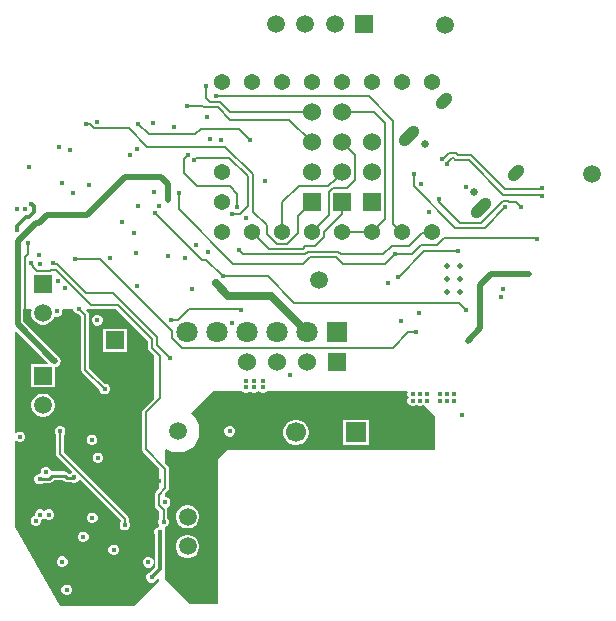
<source format=gbr>
%TF.GenerationSoftware,Altium Limited,Altium Designer,23.11.1 (41)*%
G04 Layer_Physical_Order=3*
G04 Layer_Color=16440176*
%FSLAX26Y26*%
%MOIN*%
%TF.SameCoordinates,A059C263-CE59-4A5C-BE38-7B1504CAFB6E*%
%TF.FilePolarity,Positive*%
%TF.FileFunction,Copper,L3,Inr,Signal*%
%TF.Part,CustomerPanel*%
G01*
G75*
%TA.AperFunction,Conductor*%
%ADD31C,0.025000*%
%ADD32C,0.008000*%
%ADD33C,0.012000*%
%ADD35C,0.010000*%
%ADD38C,0.020000*%
%TA.AperFunction,ComponentPad*%
%ADD39C,0.054000*%
%ADD40C,0.066929*%
%ADD41R,0.066929X0.066929*%
%ADD42C,0.070866*%
%ADD43R,0.070866X0.070866*%
%ADD44C,0.060000*%
%ADD45R,0.059000X0.059000*%
%ADD46R,0.059000X0.059000*%
%ADD47C,0.059370*%
%ADD48R,0.059370X0.059370*%
%ADD49R,0.059370X0.059370*%
G04:AMPARAMS|DCode=50|XSize=39.37mil|YSize=62.992mil|CornerRadius=0mil|HoleSize=0mil|Usage=FLASHONLY|Rotation=135.000|XOffset=0mil|YOffset=0mil|HoleType=Round|Shape=Round|*
%AMOVALD50*
21,1,0.023622,0.039370,0.000000,0.000000,225.0*
1,1,0.039370,0.008352,0.008352*
1,1,0.039370,-0.008352,-0.008352*
%
%ADD50OVALD50*%

%ADD51C,0.026575*%
G04:AMPARAMS|DCode=52|XSize=39.37mil|YSize=82.677mil|CornerRadius=0mil|HoleSize=0mil|Usage=FLASHONLY|Rotation=135.000|XOffset=0mil|YOffset=0mil|HoleType=Round|Shape=Round|*
%AMOVALD52*
21,1,0.043307,0.039370,0.000000,0.000000,225.0*
1,1,0.039370,0.015311,0.015311*
1,1,0.039370,-0.015311,-0.015311*
%
%ADD52OVALD52*%

%TA.AperFunction,ViaPad*%
%ADD53C,0.059055*%
%ADD54C,0.017716*%
%ADD55C,0.019685*%
G36*
X1711280Y722000D02*
X1710488Y720088D01*
Y712983D01*
X1713207Y706420D01*
X1714902Y704725D01*
X1713207Y703029D01*
X1710488Y696466D01*
Y689361D01*
X1713207Y682798D01*
X1718231Y677774D01*
X1724794Y675055D01*
X1731899D01*
X1738462Y677774D01*
X1740158Y679469D01*
X1741853Y677774D01*
X1748416Y675055D01*
X1755521D01*
X1762084Y677774D01*
X1763780Y679469D01*
X1765475Y677774D01*
X1767954Y676747D01*
X1801701Y643000D01*
Y528530D01*
X1110937D01*
X1110937Y528530D01*
X1107864Y527919D01*
X1105260Y526178D01*
X1105260Y526178D01*
X1081216Y502135D01*
X1079476Y499530D01*
X1078865Y496458D01*
Y14000D01*
X984701D01*
X903701Y95000D01*
Y273156D01*
X907817Y274861D01*
X912840Y279884D01*
X915559Y286448D01*
Y293552D01*
X912840Y300116D01*
X910956Y302001D01*
Y328737D01*
X909947Y333810D01*
X909917Y333854D01*
X911368Y338639D01*
X913008Y339318D01*
X918032Y344342D01*
X920751Y350906D01*
Y358010D01*
X918032Y364574D01*
X913008Y369597D01*
X906445Y372316D01*
X903701D01*
Y384255D01*
X913073Y393627D01*
X915947Y397928D01*
X916956Y403000D01*
Y467000D01*
X915947Y472072D01*
X913073Y476373D01*
X903701Y485745D01*
Y528445D01*
X908110Y530802D01*
X911411Y528597D01*
X924513Y523170D01*
X938422Y520403D01*
X952603D01*
X966511Y523170D01*
X979613Y528597D01*
X991404Y536476D01*
X1001432Y546503D01*
X1009311Y558294D01*
X1014737Y571396D01*
X1017504Y585305D01*
Y599486D01*
X1014737Y613395D01*
X1009311Y626496D01*
X1001432Y638288D01*
X991404Y648315D01*
X990852Y648685D01*
X990361Y653661D01*
X1063701Y727000D01*
X1157194D01*
X1161144Y723049D01*
X1167708Y720331D01*
X1174812D01*
X1181376Y723049D01*
X1185326Y727000D01*
X1186721D01*
X1190671Y723049D01*
X1197235Y720331D01*
X1204340D01*
X1210903Y723049D01*
X1214854Y727000D01*
X1216249D01*
X1220199Y723049D01*
X1226763Y720331D01*
X1233867D01*
X1240431Y723049D01*
X1244381Y727000D01*
X1707939D01*
X1711280Y722000D01*
D02*
G37*
G36*
X655903Y997745D02*
X740211D01*
X845205Y892751D01*
Y869242D01*
X846214Y864169D01*
X849087Y859869D01*
X864701Y844255D01*
Y699745D01*
X828328Y663372D01*
X825455Y659072D01*
X824446Y654000D01*
Y562255D01*
D01*
Y533000D01*
X825455Y527928D01*
X828328Y523628D01*
X882892Y469063D01*
Y400937D01*
X871662Y389706D01*
X868788Y385406D01*
X867779Y380333D01*
Y345404D01*
X868788Y340332D01*
X871662Y336031D01*
X882892Y324801D01*
Y300447D01*
X882561Y300116D01*
X879843Y293552D01*
Y286448D01*
X882561Y279884D01*
X882892Y279553D01*
Y272858D01*
X881149D01*
X874585Y270139D01*
X869561Y265116D01*
X866843Y258552D01*
Y251448D01*
X869561Y244884D01*
X870598Y243847D01*
Y138793D01*
X853967Y122162D01*
X847777Y119597D01*
X842753Y114574D01*
X840034Y108010D01*
Y100906D01*
X842753Y94342D01*
X847777Y89318D01*
X854340Y86600D01*
X861445D01*
X868008Y89318D01*
X873032Y94342D01*
X875251Y99699D01*
X877892Y101139D01*
X882892Y98367D01*
Y90192D01*
X800729Y8028D01*
X553211D01*
X401729Y270582D01*
Y549000D01*
Y557295D01*
D01*
D01*
X406729Y559366D01*
X408776Y557318D01*
X415340Y554600D01*
X422445D01*
X429008Y557318D01*
X434032Y562342D01*
X436751Y568906D01*
Y576010D01*
X434032Y582574D01*
X429008Y587597D01*
X422445Y590316D01*
X415340D01*
X408776Y587597D01*
X406729Y585549D01*
X401729Y587621D01*
D01*
Y621028D01*
Y923043D01*
X406348Y924956D01*
X511469Y819836D01*
X509397Y814836D01*
X457349D01*
Y737466D01*
X534719D01*
Y803392D01*
X535937Y804392D01*
X543350Y805866D01*
X549635Y810066D01*
X553835Y816350D01*
X555309Y823764D01*
X553835Y831177D01*
X549635Y837462D01*
X544399Y842698D01*
X541385Y844712D01*
X430947Y955151D01*
Y998000D01*
X455411D01*
X458455Y994033D01*
X457349Y989905D01*
Y979719D01*
X459985Y969880D01*
X465078Y961059D01*
X472281Y953856D01*
X481102Y948764D01*
X490941Y946127D01*
X501127D01*
X510966Y948764D01*
X519787Y953856D01*
X526990Y961059D01*
X532083Y969880D01*
X532730Y972296D01*
X537214Y974507D01*
X539568Y973532D01*
X546672D01*
X553236Y976251D01*
X558260Y981275D01*
X560978Y987838D01*
Y994943D01*
X563021Y998000D01*
X597578D01*
Y995449D01*
X600297Y988886D01*
X605320Y983862D01*
X611884Y981144D01*
X614549D01*
X623446Y972247D01*
Y797000D01*
X624455Y791928D01*
X627328Y787628D01*
X683843Y731113D01*
Y728448D01*
X686561Y721884D01*
X691585Y716861D01*
X698149Y714142D01*
X705253D01*
X711817Y716861D01*
X716840Y721884D01*
X719559Y728448D01*
Y735552D01*
X716840Y742116D01*
X711817Y747139D01*
X705253Y749858D01*
X702588D01*
X649956Y802490D01*
Y977737D01*
X648947Y982809D01*
X646073Y987110D01*
X639802Y993380D01*
X641716Y998000D01*
X654623D01*
X655903Y997745D01*
D02*
G37*
%LPC*%
G36*
X1121634Y608505D02*
X1114529D01*
X1107966Y605786D01*
X1102942Y600763D01*
X1100223Y594199D01*
Y587095D01*
X1102942Y580531D01*
X1107966Y575507D01*
X1114529Y572789D01*
X1121634D01*
X1128197Y575507D01*
X1133221Y580531D01*
X1135940Y587095D01*
Y594199D01*
X1133221Y600763D01*
X1128197Y605786D01*
X1121634Y608505D01*
D02*
G37*
G36*
X1581018Y629639D02*
X1496089D01*
Y544710D01*
X1581018D01*
Y629639D01*
D02*
G37*
G36*
X1344144D02*
X1332963D01*
X1322163Y626745D01*
X1312480Y621154D01*
X1304574Y613248D01*
X1298983Y603565D01*
X1296089Y592765D01*
Y581584D01*
X1298983Y570784D01*
X1304574Y561101D01*
X1312480Y553194D01*
X1322163Y547604D01*
X1332963Y544710D01*
X1344144D01*
X1354945Y547604D01*
X1364628Y553194D01*
X1372534Y561101D01*
X1378124Y570784D01*
X1381018Y581584D01*
Y592765D01*
X1378124Y603565D01*
X1372534Y613248D01*
X1364628Y621154D01*
X1354945Y626745D01*
X1344144Y629639D01*
D02*
G37*
G36*
X982985Y344568D02*
X972799D01*
X962961Y341932D01*
X954139Y336839D01*
X946937Y329636D01*
X941844Y320815D01*
X939207Y310976D01*
Y300790D01*
X941844Y290951D01*
X946937Y282130D01*
X954139Y274928D01*
X962961Y269834D01*
X972799Y267198D01*
X982985D01*
X992824Y269834D01*
X1001645Y274928D01*
X1008848Y282130D01*
X1013941Y290951D01*
X1016577Y300790D01*
Y310976D01*
X1013941Y320815D01*
X1008848Y329636D01*
X1001645Y336839D01*
X992824Y341932D01*
X982985Y344568D01*
D02*
G37*
G36*
Y246143D02*
X972799D01*
X962961Y243507D01*
X954139Y238414D01*
X946937Y231211D01*
X941844Y222390D01*
X939207Y212551D01*
Y202365D01*
X941844Y192526D01*
X946937Y183705D01*
X954139Y176502D01*
X962961Y171409D01*
X972799Y168773D01*
X982985D01*
X992824Y171409D01*
X1001645Y176502D01*
X1008848Y183705D01*
X1013941Y192526D01*
X1016577Y202365D01*
Y212551D01*
X1013941Y222390D01*
X1008848Y231211D01*
X1001645Y238414D01*
X992824Y243507D01*
X982985Y246143D01*
D02*
G37*
G36*
X680208Y978880D02*
X673104D01*
X666540Y976162D01*
X661516Y971138D01*
X658798Y964574D01*
Y957470D01*
X661516Y950906D01*
X666540Y945883D01*
X673104Y943164D01*
X680208D01*
X686772Y945883D01*
X691795Y950906D01*
X694514Y957470D01*
Y964574D01*
X691795Y971138D01*
X686772Y976162D01*
X680208Y978880D01*
D02*
G37*
G36*
X774877Y932946D02*
X697507D01*
Y855576D01*
X774877D01*
Y932946D01*
D02*
G37*
G36*
X501127Y716411D02*
X490941D01*
X481102Y713774D01*
X472281Y708681D01*
X465078Y701479D01*
X459985Y692657D01*
X457349Y682819D01*
Y672633D01*
X457995Y670223D01*
D01*
X459985Y662794D01*
X465078Y653972D01*
X472281Y646770D01*
X481102Y641677D01*
X490941Y639041D01*
X501127D01*
X510966Y641677D01*
X519787Y646770D01*
X526990Y653972D01*
X532083Y662794D01*
X534719Y672633D01*
Y682819D01*
X532083Y692657D01*
X526990Y701479D01*
X519787Y708681D01*
X510966Y713774D01*
X501127Y716411D01*
D02*
G37*
G36*
X662571Y580279D02*
X655467D01*
X648903Y577561D01*
X643880Y572537D01*
X641161Y565973D01*
Y558869D01*
X643178Y554000D01*
D01*
X643880Y552305D01*
X648903Y547282D01*
X655467Y544563D01*
X662571D01*
X669135Y547282D01*
X674159Y552305D01*
X674861Y554000D01*
D01*
X676877Y558869D01*
Y565973D01*
X674159Y572537D01*
X669135Y577561D01*
X662571Y580279D01*
D02*
G37*
G36*
X682445Y520316D02*
X675340D01*
X668777Y517597D01*
X663753Y512574D01*
X661034Y506010D01*
Y498906D01*
X663753Y492342D01*
X668777Y487318D01*
X675340Y484600D01*
X682445D01*
X689008Y487318D01*
X694032Y492342D01*
X696751Y498906D01*
Y506010D01*
X694032Y512574D01*
X689008Y517597D01*
X682445Y520316D01*
D02*
G37*
G36*
X556445Y608316D02*
X549340D01*
X542777Y605597D01*
X537753Y600574D01*
X535034Y594010D01*
Y586906D01*
X537753Y580342D01*
X538638Y579457D01*
Y549000D01*
Y516707D01*
X539647Y511635D01*
X542520Y507335D01*
X592109Y457746D01*
X591134Y452842D01*
X590240Y452471D01*
X587898Y450130D01*
X581240D01*
X578363Y453007D01*
X573732Y456101D01*
X568270Y457188D01*
X568269Y457188D01*
X525941D01*
X525941Y457188D01*
X525362Y457073D01*
X523559Y458552D01*
X520840Y465116D01*
X515817Y470139D01*
X509253Y472858D01*
X502149D01*
X495585Y470139D01*
X490561Y465116D01*
X487843Y458552D01*
Y454164D01*
X487842Y451448D01*
X483223Y449544D01*
X481149D01*
X474585Y446826D01*
X469561Y441802D01*
X466843Y435238D01*
Y428134D01*
X469561Y421570D01*
X474585Y416547D01*
X481149Y413828D01*
X488253D01*
X494817Y416547D01*
X496137Y417867D01*
X515168D01*
X515169Y417867D01*
X520631Y418954D01*
X525263Y422048D01*
X531853Y428639D01*
X562357D01*
X566404Y424592D01*
X571035Y421498D01*
X576497Y420412D01*
X581960Y421498D01*
X582084Y421581D01*
X591715D01*
X596803Y419474D01*
X603908D01*
X610471Y422192D01*
X615495Y427216D01*
X615865Y428110D01*
X620769Y429085D01*
X755465Y294389D01*
Y290327D01*
X754057Y288918D01*
X751338Y282354D01*
Y275250D01*
X754057Y268686D01*
X759080Y263663D01*
X765644Y260944D01*
X772748D01*
X779312Y263663D01*
X784336Y268686D01*
X787054Y275250D01*
Y282354D01*
X784336Y288918D01*
X781975Y291279D01*
Y299880D01*
X780966Y304952D01*
X778092Y309252D01*
X565147Y522198D01*
Y549000D01*
Y577457D01*
X568032Y580342D01*
X570751Y586906D01*
Y594010D01*
X568032Y600574D01*
X563008Y605597D01*
X556445Y608316D01*
D02*
G37*
G36*
X519271Y331285D02*
X512167D01*
X505603Y328566D01*
X500955Y323918D01*
X496308Y328566D01*
X489744Y331285D01*
X482639D01*
X476076Y328566D01*
X471052Y323542D01*
X468333Y316979D01*
Y310315D01*
X462325Y307826D01*
X457301Y302802D01*
X454583Y296239D01*
Y289134D01*
X457301Y282570D01*
X462325Y277547D01*
X468889Y274828D01*
X475993D01*
X482557Y277547D01*
X487580Y282570D01*
X490299Y289134D01*
Y295798D01*
X496308Y298287D01*
X500955Y302935D01*
X505603Y298287D01*
X512167Y295568D01*
X519271D01*
X525835Y298287D01*
X530859Y303310D01*
X533577Y309874D01*
Y316979D01*
X530859Y323542D01*
X525835Y328566D01*
X519271Y331285D01*
D02*
G37*
G36*
X664264Y320217D02*
X657159D01*
X650595Y317498D01*
X645572Y312475D01*
X642853Y305911D01*
Y298807D01*
X645572Y292243D01*
X650595Y287219D01*
X657159Y284501D01*
X664264D01*
X670827Y287219D01*
X675851Y292243D01*
X678569Y298807D01*
Y305911D01*
X675851Y312475D01*
X670827Y317498D01*
X664264Y320217D01*
D02*
G37*
G36*
X634064Y257010D02*
X626960D01*
X620396Y254291D01*
X615373Y249268D01*
X612654Y242704D01*
Y235600D01*
X615373Y229036D01*
X620396Y224012D01*
X626960Y221294D01*
X634064D01*
X640628Y224012D01*
X645652Y229036D01*
X648370Y235600D01*
Y242704D01*
X645652Y249268D01*
X640628Y254291D01*
X634064Y257010D01*
D02*
G37*
G36*
X735181Y213579D02*
X728077D01*
X721513Y210861D01*
X716490Y205837D01*
X713771Y199273D01*
Y192169D01*
X716490Y185605D01*
X721513Y180582D01*
X728077Y177863D01*
X735181D01*
X741745Y180582D01*
X746769Y185605D01*
X749487Y192169D01*
Y199273D01*
X746769Y205837D01*
X741745Y210861D01*
X735181Y213579D01*
D02*
G37*
G36*
X563831Y173930D02*
X556726D01*
X550162Y171212D01*
X545139Y166188D01*
X542420Y159624D01*
Y152520D01*
X545139Y145956D01*
X550162Y140933D01*
X556726Y138214D01*
X563831D01*
X570394Y140933D01*
X575418Y145956D01*
X578136Y152520D01*
Y159624D01*
X575418Y166188D01*
X570394Y171212D01*
X563831Y173930D01*
D02*
G37*
G36*
X851090Y171962D02*
X843986D01*
X837422Y169243D01*
X832399Y164220D01*
X829680Y157656D01*
Y150551D01*
X832399Y143988D01*
X837422Y138964D01*
X843986Y136245D01*
X851090D01*
X857654Y138964D01*
X862678Y143988D01*
X865396Y150551D01*
Y157656D01*
X862678Y164220D01*
X857654Y169243D01*
X851090Y171962D01*
D02*
G37*
G36*
X578445Y80316D02*
X571340D01*
X564777Y77597D01*
X559753Y72574D01*
X557034Y66010D01*
Y58906D01*
X559753Y52342D01*
X564777Y47318D01*
X571340Y44600D01*
X578445D01*
X585008Y47318D01*
X590032Y52342D01*
X592751Y58906D01*
Y66010D01*
X590032Y72574D01*
X585008Y77597D01*
X578445Y80316D01*
D02*
G37*
%LPD*%
D31*
X1071093Y1084257D02*
X1114280Y1041070D01*
X1071093Y1084257D02*
X1071093D01*
X1255280Y1041070D02*
X1374892Y921458D01*
X1114280Y1041070D02*
X1255280D01*
D32*
X667647Y1601734D02*
X781967D01*
X637701Y1616000D02*
X653381D01*
X667647Y1601734D01*
X781967D02*
X843701Y1540000D01*
X1870705Y1495458D02*
X1914437D01*
X1864756Y1501407D02*
X1870705Y1495458D01*
X1914437D02*
X2030078Y1379816D01*
X1858129Y1501407D02*
X1864756D01*
X1845893Y1489171D02*
X1858129Y1501407D01*
X2030078Y1379816D02*
X2150905D01*
X2155263Y1375458D02*
X2157892D01*
X2150905Y1379816D02*
X2155263Y1375458D01*
X1872212Y1519407D02*
X1878161Y1513458D01*
X1850673Y1519407D02*
X1872212D01*
X1878161Y1513458D02*
X1921892D01*
X1833250Y1501983D02*
X1850673Y1519407D01*
X2155263Y1402175D02*
X2157892D01*
X2150905Y1397816D02*
X2155263Y1402175D01*
X2037534Y1397816D02*
X2150905D01*
X1921892Y1513458D02*
X2037534Y1397816D01*
X636701Y797000D02*
X701701Y732000D01*
X636701Y797000D02*
Y977737D01*
X615436Y999002D02*
X636701Y977737D01*
X837701Y654000D02*
X886201Y702500D01*
X837701Y533000D02*
X903701Y467000D01*
X837701Y533000D02*
Y654000D01*
X903701Y403000D02*
Y467000D01*
X881034Y380333D02*
X903701Y403000D01*
X881034Y345404D02*
Y380333D01*
X897701Y290000D02*
Y328737D01*
X881034Y345404D02*
X897701Y328737D01*
X875459Y880271D02*
X918716Y837015D01*
X918701Y837000D02*
X919701Y836000D01*
X957777Y870079D02*
X1661513D01*
X1712694Y921260D01*
X926459Y901396D02*
X957777Y870079D01*
X1636041Y1149606D02*
X1668892Y1182458D01*
X1473473Y1172196D02*
X1496063Y1149606D01*
X1636041D01*
X1668892Y1182458D02*
X1724928D01*
X1385432Y1172196D02*
X1473473D01*
X1362842Y1149606D02*
X1385432Y1172196D01*
X1129921Y1149606D02*
X1362842D01*
X948671Y1330856D02*
X1129921Y1149606D01*
X948671Y1330856D02*
Y1385679D01*
X1249893Y1197458D02*
X1361196D01*
X1368237Y1180458D02*
X1377976Y1190196D01*
X1361196Y1197458D02*
X1370934Y1207196D01*
X1490667Y1180458D02*
X1630892D01*
X1480929Y1190196D02*
X1490667Y1180458D01*
X1377976Y1190196D02*
X1480929D01*
X1370934Y1207196D02*
X1402199D01*
X1162892Y1180458D02*
X1368237D01*
X1402199Y1207196D02*
X1432893Y1237889D01*
X1630892Y1180458D02*
X1659892Y1209458D01*
X948671Y1385679D02*
X948819Y1385827D01*
X768720Y279278D02*
Y299880D01*
X551892Y516707D02*
Y589458D01*
Y516707D02*
X768720Y299880D01*
X1148701Y1600000D02*
X1185701Y1563000D01*
X1021701Y1600000D02*
X1148701D01*
X1153622Y1316458D02*
X1179134Y1341970D01*
Y1440450D01*
X1124892Y1316458D02*
X1153622D01*
X997762Y1494027D02*
X998876D01*
X1007307Y1502458D02*
X1117126D01*
X998876Y1494027D02*
X1007307Y1502458D01*
X1196134Y1323567D02*
Y1447492D01*
X1241701Y1249081D02*
Y1278000D01*
X1196134Y1323567D02*
X1241701Y1278000D01*
X1103626Y1540000D02*
X1196134Y1447492D01*
X843701Y1540000D02*
X1103626D01*
X1039892Y1701808D02*
Y1742458D01*
Y1701808D02*
X1053701Y1688000D01*
X1085830D01*
X1073559Y1708000D02*
X1582701D01*
X1078789Y1671000D02*
X1119789Y1630000D01*
X974701Y1677000D02*
X1025059D01*
X1085830Y1688000D02*
X1119372Y1654458D01*
X1031059Y1671000D02*
X1078789D01*
X1071701Y1709858D02*
X1073559Y1708000D01*
X1025059Y1677000D02*
X1031059Y1671000D01*
X1119789Y1630000D02*
X1317351D01*
X1119372Y1654458D02*
X1392892D01*
X462969Y1138727D02*
Y1142103D01*
X475773Y1125922D02*
X518074D01*
X519895Y1127743D01*
X462969Y1138727D02*
X475773Y1125922D01*
X456701Y1148371D02*
Y1151000D01*
Y1148371D02*
X462969Y1142103D01*
X444371Y1183059D02*
Y1217273D01*
X434842Y965858D02*
Y1173530D01*
X444371Y1183059D01*
X434842Y965858D02*
X489701Y911000D01*
X1026439Y1161911D02*
X1040790D01*
X1094701Y1108000D01*
X1244701D02*
X1333489Y1019212D01*
X1094701Y1108000D02*
X1244701D01*
X1147892Y1195458D02*
X1162892Y1180458D01*
X858459Y869242D02*
X886201Y841500D01*
Y702500D02*
Y841500D01*
X1712694Y921260D02*
X1740158D01*
X1333489Y1019212D02*
X1881547D01*
X1905962Y994797D01*
X1003701Y1582000D02*
X1021701Y1600000D01*
X813701Y1616000D02*
X847701Y1582000D01*
X1003701D01*
X1276324Y1214458D02*
X1309461D01*
X1241701Y1249081D02*
X1276324Y1214458D01*
X1309461D02*
X1346701Y1251698D01*
Y1308267D01*
X1192893Y1254458D02*
X1249893Y1197458D01*
X1346701Y1308267D02*
X1392892Y1354458D01*
X1450393Y1311958D02*
Y1389343D01*
X1463508Y1402458D01*
X858459Y869242D02*
Y898242D01*
X655903Y1011000D02*
X745701D01*
X639779Y1051166D02*
X729576D01*
X875459Y880271D02*
Y905283D01*
X745701Y1011000D02*
X858459Y898242D01*
X729576Y1051166D02*
X875459Y905283D01*
X604012Y1165928D02*
X686939D01*
X926459Y926408D01*
X945768Y960828D02*
X983940Y999000D01*
X926459Y901396D02*
Y926408D01*
X922952Y960828D02*
X945768D01*
X528543Y1150591D02*
X530403Y1148732D01*
X539160Y1127743D02*
X655903Y1011000D01*
X530403Y1148732D02*
X542213D01*
X639779Y1051166D01*
X489701Y911000D02*
X560701D01*
X1317351Y1630000D02*
X1392892Y1554458D01*
X1582701Y1708000D02*
X1663701Y1627000D01*
Y1283649D02*
Y1627000D01*
Y1283649D02*
X1692892Y1254458D01*
X868892Y1319458D02*
X1026439Y1161911D01*
X1866241Y1190611D02*
X1878722D01*
X1879230Y1191120D01*
X1678670Y1104680D02*
X1681115D01*
X1767034Y1190600D01*
X1154701Y999000D02*
X1156701Y997000D01*
X983940Y999000D02*
X1154701D01*
X519895Y1127743D02*
X539160D01*
X1767034Y1190600D02*
X1866229D01*
X1866241Y1190611D01*
X1143576Y1338316D02*
Y1382775D01*
X1117892Y1408458D02*
X1143576Y1382775D01*
X1117126Y1502458D02*
X1179134Y1440450D01*
X768720Y279278D02*
X769196Y278802D01*
X551892Y589458D02*
X552892Y590458D01*
X1010892Y1408458D02*
X1117892D01*
X965892Y1453458D02*
X1010892Y1408458D01*
X965892Y1499940D02*
X978843Y1512891D01*
X965892Y1453458D02*
Y1499940D01*
X1790579Y1252144D02*
X1792892Y1254458D01*
X1758579Y1252144D02*
X1790579D01*
X1715892Y1209458D02*
X1758579Y1252144D01*
X1659892Y1209458D02*
X1715892D01*
X1724928Y1182458D02*
X1755928Y1213458D01*
X1809875D01*
X1732249Y1407189D02*
X1869638Y1269800D01*
X1732249Y1407189D02*
Y1447957D01*
X1869638Y1269800D02*
X1969998D01*
X1809875Y1213458D02*
X1831875Y1235458D01*
X2143892D01*
X1816752Y1355260D02*
X1885212Y1286800D01*
X1816752Y1355260D02*
Y1362131D01*
X1885212Y1286800D02*
X1956086D01*
X1814892Y1363990D02*
X1816752Y1362131D01*
X2073892Y1355458D02*
X2089892Y1339458D01*
X2050285Y1355458D02*
X2073892D01*
X2046569Y1359175D02*
X2050285Y1355458D01*
X2028460Y1359175D02*
X2046569D01*
X1956086Y1286800D02*
X2028460Y1359175D01*
X1969998Y1269800D02*
X2037514Y1337316D01*
X1510892Y1402458D02*
X1535893Y1427458D01*
X1463508Y1402458D02*
X1510892D01*
X1492893Y1654458D02*
X1599892D01*
X1635892Y1618458D01*
Y1297458D02*
Y1618458D01*
X1592892Y1254458D02*
X1635892Y1297458D01*
X1535893Y1427458D02*
Y1511458D01*
X1492893Y1254458D02*
X1592892D01*
X1592892Y1254458D01*
X1432893Y1256458D02*
X1492893Y1316458D01*
X1432893Y1237889D02*
Y1256458D01*
X1492893Y1316458D02*
Y1354458D01*
X1392893Y1254458D02*
X1450393Y1311958D01*
X1446466Y1409458D02*
X1460474Y1423465D01*
X1461900D01*
X1492893Y1454458D01*
X1347892Y1409458D02*
X1446466D01*
X1492893Y1554458D02*
X1535893Y1511458D01*
X1292892Y1254458D02*
Y1354458D01*
X1347892Y1409458D01*
D33*
X464701Y1322000D02*
Y1341000D01*
X456701Y1349000D02*
X464701Y1341000D01*
X448701Y1306000D02*
X464701Y1322000D01*
X410623Y1275922D02*
X440701Y1306000D01*
X410433Y1262129D02*
X410623Y1262320D01*
X440701Y1306000D02*
X448701D01*
X410623Y1262320D02*
Y1275922D01*
X884701Y255000D02*
X885795Y253906D01*
Y249864D02*
X885892Y249766D01*
X885795Y249864D02*
Y253906D01*
X885892Y132458D02*
Y249766D01*
X857892Y104458D02*
X885892Y132458D01*
D35*
X577667Y435855D02*
X598879D01*
X600356Y437332D01*
X576497Y434686D02*
X577667Y435855D01*
X485156Y432142D02*
X515169D01*
X484701Y431686D02*
X485156Y432142D01*
X515169D02*
X525941Y442913D01*
X568270D01*
X576497Y434686D01*
D38*
X530701Y829000D02*
X535937Y823764D01*
X529701Y829000D02*
X530701D01*
X411574Y947126D02*
X529701Y829000D01*
X411574Y947126D02*
Y1223873D01*
X473701Y1286000D02*
X483701D01*
X411574Y1223873D02*
X473701Y1286000D01*
X1911701Y892000D02*
X1953701Y934000D01*
Y1079000D01*
X1989080Y1114379D01*
X2115701D01*
X641701Y1311000D02*
X769701Y1439000D01*
X483701Y1286000D02*
X508701Y1311000D01*
X641701D01*
X769701Y1439000D02*
X887701D01*
X911892Y1414808D01*
Y1361458D02*
Y1414808D01*
D39*
X1092893Y1754458D02*
D03*
X1692892Y1754458D02*
D03*
Y1254458D02*
D03*
X1592892Y1254458D02*
D03*
X1492893Y1254458D02*
D03*
X1392893D02*
D03*
X1292892Y1254458D02*
D03*
X1192893Y1254458D02*
D03*
X1192892Y1754458D02*
D03*
X1792892Y1754458D02*
D03*
Y1254458D02*
D03*
X1292892Y1754458D02*
D03*
X1392893D02*
D03*
X1592893Y1754458D02*
D03*
X1492893Y1754458D02*
D03*
X1092892Y1454458D02*
D03*
Y1254458D02*
D03*
X1092893Y1354458D02*
D03*
D40*
X1338554Y587174D02*
D03*
D41*
X1538554D02*
D03*
D42*
X974892Y921458D02*
D03*
X1074892D02*
D03*
X1174892D02*
D03*
X1274892D02*
D03*
X1374892D02*
D03*
D43*
X1474892D02*
D03*
D44*
X1174892Y821458D02*
D03*
X1274892D02*
D03*
X1374892D02*
D03*
X1592892Y1454458D02*
D03*
Y1554458D02*
D03*
X1392892Y1654458D02*
D03*
X1392892Y1554458D02*
D03*
Y1454458D02*
D03*
X1492893Y1654458D02*
D03*
Y1554458D02*
D03*
Y1454458D02*
D03*
D45*
X1474892Y821458D02*
D03*
D46*
X1592892Y1354458D02*
D03*
X1392892Y1354458D02*
D03*
X1492893Y1354458D02*
D03*
D47*
X1271255Y1949127D02*
D03*
X1369680D02*
D03*
X1468105D02*
D03*
X977892Y207458D02*
D03*
Y305883D02*
D03*
X736192Y795836D02*
D03*
X496034Y984812D02*
D03*
Y677726D02*
D03*
D48*
X1566530Y1949127D02*
D03*
D49*
X977892Y109033D02*
D03*
X736192Y894261D02*
D03*
X496034Y1083237D02*
D03*
Y776151D02*
D03*
D50*
X2072990Y1451162D02*
D03*
X1832463Y1691690D02*
D03*
D51*
X1931567Y1389363D02*
D03*
X1770663Y1550266D02*
D03*
D52*
X1956624Y1334796D02*
D03*
X1716097Y1575323D02*
D03*
D53*
X2326743Y1449009D02*
D03*
X1834617Y1945442D02*
D03*
X945512Y592395D02*
D03*
X1417323Y1095204D02*
D03*
D54*
X456701Y1349000D02*
D03*
X585701Y1530000D02*
D03*
X637701Y1616000D02*
D03*
X676701Y1623592D02*
D03*
X1844034Y1481148D02*
D03*
X2157892Y1375458D02*
D03*
X1825225Y1500128D02*
D03*
X2157892Y1402175D02*
D03*
X410433Y1330709D02*
D03*
X437149D02*
D03*
X549686Y1538828D02*
D03*
X559701Y1419000D02*
D03*
X448701Y1472000D02*
D03*
X424701Y271000D02*
D03*
X581497Y751299D02*
D03*
X430701Y715000D02*
D03*
X535937Y823764D02*
D03*
X701701Y732000D02*
D03*
X881842Y425458D02*
D03*
X902892Y354458D02*
D03*
X897701Y290000D02*
D03*
X884701Y255000D02*
D03*
X853892Y349458D02*
D03*
X919701Y836000D02*
D03*
X1200787Y757874D02*
D03*
X1171260D02*
D03*
X1318701Y779000D02*
D03*
X1118081Y590647D02*
D03*
X1230315Y757874D02*
D03*
Y738189D02*
D03*
X1200787D02*
D03*
X1171260D02*
D03*
X1668892Y1182458D02*
D03*
X948671Y1385679D02*
D03*
X1071093Y1084257D02*
D03*
X630512Y239152D02*
D03*
X636783Y348790D02*
D03*
X600356Y437332D02*
D03*
X499701Y160000D02*
D03*
X537701Y105000D02*
D03*
X484701Y431686D02*
D03*
X505701Y455000D02*
D03*
X472441Y292686D02*
D03*
X1185701Y1563000D02*
D03*
X1171034Y1302958D02*
D03*
X1236050Y1424000D02*
D03*
X1071701Y1709858D02*
D03*
X974701Y1677000D02*
D03*
X1089979Y1563186D02*
D03*
X1041885Y1640324D02*
D03*
X481701Y1178000D02*
D03*
X444371Y1217273D02*
D03*
X456701Y1151000D02*
D03*
X483701Y1286000D02*
D03*
X1842520Y692913D02*
D03*
X1818898D02*
D03*
X1866142D02*
D03*
X1891874Y646000D02*
D03*
X1094701Y1108000D02*
D03*
X970115Y1169586D02*
D03*
X1147892Y1195458D02*
D03*
X1685039Y716535D02*
D03*
X1637795D02*
D03*
X1661417D02*
D03*
X1637795Y692913D02*
D03*
X1661417D02*
D03*
X1685039D02*
D03*
X1775591Y716535D02*
D03*
X1751968D02*
D03*
X1728347D02*
D03*
Y692913D02*
D03*
X1751968D02*
D03*
X1775591D02*
D03*
X1818898Y716535D02*
D03*
X1842520D02*
D03*
X1866142D02*
D03*
X1740158Y921260D02*
D03*
X1688976Y959914D02*
D03*
X933162Y1604403D02*
D03*
X813701Y1616000D02*
D03*
X1045814Y1188113D02*
D03*
X575701Y923000D02*
D03*
X676656Y961022D02*
D03*
X922952Y960828D02*
D03*
X809781Y1073999D02*
D03*
X543120Y991390D02*
D03*
X410433Y1262129D02*
D03*
X848701Y768000D02*
D03*
X684701Y833000D02*
D03*
X1007482Y1211781D02*
D03*
X991701Y1066000D02*
D03*
X804892Y1186458D02*
D03*
X1156701Y997000D02*
D03*
X1879230Y1191120D02*
D03*
X1678670Y1104680D02*
D03*
X1911701Y892000D02*
D03*
X2115701Y1114379D02*
D03*
X2028892Y1065458D02*
D03*
X2022892Y1038458D02*
D03*
X1125701Y951000D02*
D03*
X545346Y1090645D02*
D03*
X568346Y1067645D02*
D03*
X484827Y1147781D02*
D03*
X528543Y1150591D02*
D03*
X604012Y1165928D02*
D03*
X1124892Y1316458D02*
D03*
X1143576Y1338316D02*
D03*
X615436Y999002D02*
D03*
X852892Y814458D02*
D03*
X418892Y572458D02*
D03*
X678892Y502458D02*
D03*
X695151Y281716D02*
D03*
X660711Y302359D02*
D03*
X769196Y278802D02*
D03*
X486192Y313426D02*
D03*
X503908Y583458D02*
D03*
X552892Y590458D02*
D03*
X659019Y562421D02*
D03*
X1053892Y1565458D02*
D03*
X1905962Y994797D02*
D03*
X997762Y1494027D02*
D03*
X978843Y1512891D02*
D03*
X1039892Y1742458D02*
D03*
X574892Y62458D02*
D03*
X847538Y154104D02*
D03*
X857892Y104458D02*
D03*
X731629Y195721D02*
D03*
X560278Y156072D02*
D03*
X515719Y313426D02*
D03*
X2144010Y1233135D02*
D03*
X1644892Y1085458D02*
D03*
X1749892Y985458D02*
D03*
X1754892Y1415458D02*
D03*
X1904756Y1405214D02*
D03*
X1782892Y1323458D02*
D03*
X1814892Y1363990D02*
D03*
X2089892Y1339458D02*
D03*
X1732249Y1447957D02*
D03*
X2037514Y1337316D02*
D03*
X862892Y1618957D02*
D03*
X757694Y1289657D02*
D03*
X786892Y1510458D02*
D03*
X807892Y1531316D02*
D03*
X868892Y1319458D02*
D03*
X595892Y1385564D02*
D03*
X911892Y1361458D02*
D03*
X799091Y1252259D02*
D03*
X718892Y1169458D02*
D03*
X648892Y1412458D02*
D03*
X883892Y1343458D02*
D03*
X866892Y1387576D02*
D03*
X813653Y1342390D02*
D03*
X911892Y1175458D02*
D03*
D55*
X1842491Y1055678D02*
D03*
X1885798D02*
D03*
X1842491Y1098986D02*
D03*
X1885798D02*
D03*
X1842491Y1142293D02*
D03*
X1885798D02*
D03*
%TF.MD5,62e999b33285215a58e39fc675dfc515*%
M02*

</source>
